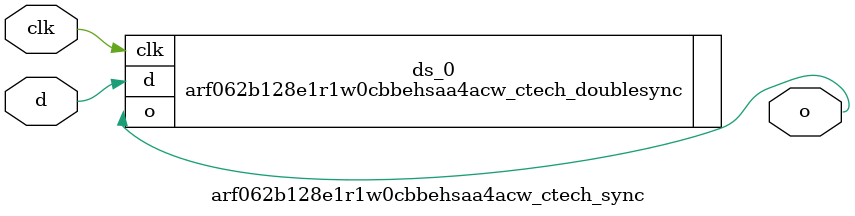
<source format=sv>

`ifndef ARF062B128E1R1W0CBBEHSAA4ACW_CTECH_SYNC_SV
`define ARF062B128E1R1W0CBBEHSAA4ACW_CTECH_SYNC_SV

module arf062b128e1r1w0cbbehsaa4acw_ctech_sync (
  input  logic  clk,
  input  logic  d,

  output logic  o
);

  arf062b128e1r1w0cbbehsaa4acw_ctech_doublesync ds_0 (.o(o), .d(d), .clk(clk));

endmodule // arf062b128e1r1w0cbbehsaa4acw_ctech_sync

`endif // ARF062B128E1R1W0CBBEHSAA4ACW_CTECH_SYNC_SV
</source>
